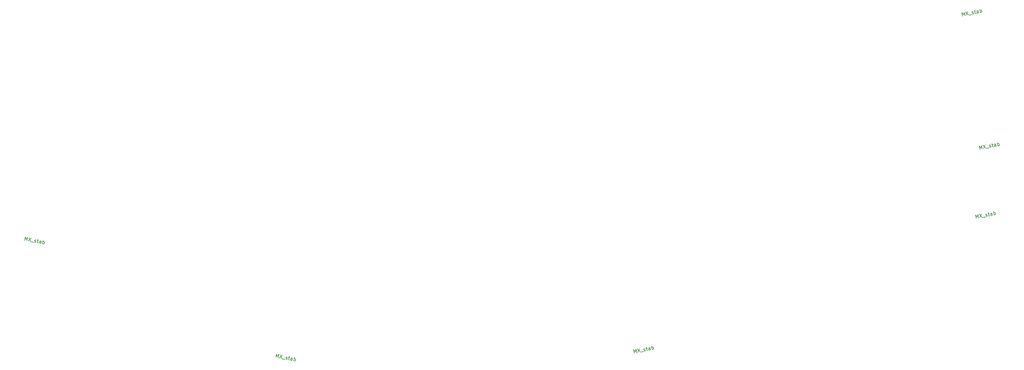
<source format=gbr>
%TF.GenerationSoftware,KiCad,Pcbnew,8.0.4*%
%TF.CreationDate,2024-08-23T20:40:46+09:00*%
%TF.ProjectId,ttaelgam,74746165-6c67-4616-9d2e-6b696361645f,rev?*%
%TF.SameCoordinates,Original*%
%TF.FileFunction,Other,Comment*%
%FSLAX46Y46*%
G04 Gerber Fmt 4.6, Leading zero omitted, Abs format (unit mm)*
G04 Created by KiCad (PCBNEW 8.0.4) date 2024-08-23 20:40:46*
%MOMM*%
%LPD*%
G01*
G04 APERTURE LIST*
%ADD10C,0.150000*%
G04 APERTURE END LIST*
D10*
X406404876Y-214585244D02*
X406214067Y-213603616D01*
X406214067Y-213603616D02*
X406677568Y-214241176D01*
X406677568Y-214241176D02*
X406868485Y-213476410D01*
X406868485Y-213476410D02*
X407059294Y-214458038D01*
X407242438Y-213403721D02*
X408087665Y-214258143D01*
X407896856Y-213276515D02*
X407433247Y-214385349D01*
X408246070Y-214324372D02*
X408993976Y-214178994D01*
X409153695Y-214002417D02*
X409256269Y-214030989D01*
X409256269Y-214030989D02*
X409443246Y-213994644D01*
X409443246Y-213994644D02*
X409527648Y-213929728D01*
X409527648Y-213929728D02*
X409556220Y-213827153D01*
X409556220Y-213827153D02*
X409547134Y-213780409D01*
X409547134Y-213780409D02*
X409482217Y-213696007D01*
X409482217Y-213696007D02*
X409379643Y-213667435D01*
X409379643Y-213667435D02*
X409239410Y-213694694D01*
X409239410Y-213694694D02*
X409136836Y-213666122D01*
X409136836Y-213666122D02*
X409071919Y-213581720D01*
X409071919Y-213581720D02*
X409062833Y-213534976D01*
X409062833Y-213534976D02*
X409091405Y-213432401D01*
X409091405Y-213432401D02*
X409175807Y-213367485D01*
X409175807Y-213367485D02*
X409316040Y-213340226D01*
X409316040Y-213340226D02*
X409418614Y-213368798D01*
X409736737Y-213258451D02*
X410110690Y-213185762D01*
X409813367Y-212903983D02*
X409976917Y-213745378D01*
X409976917Y-213745378D02*
X410041834Y-213829780D01*
X410041834Y-213829780D02*
X410144408Y-213858352D01*
X410144408Y-213858352D02*
X410237896Y-213840180D01*
X410985803Y-213694802D02*
X410885856Y-213180616D01*
X410885856Y-213180616D02*
X410820939Y-213096214D01*
X410820939Y-213096214D02*
X410718365Y-213067642D01*
X410718365Y-213067642D02*
X410531388Y-213103986D01*
X410531388Y-213103986D02*
X410446986Y-213168903D01*
X410976717Y-213648057D02*
X410892315Y-213712974D01*
X410892315Y-213712974D02*
X410658594Y-213758405D01*
X410658594Y-213758405D02*
X410556020Y-213729833D01*
X410556020Y-213729833D02*
X410491103Y-213645431D01*
X410491103Y-213645431D02*
X410472931Y-213551942D01*
X410472931Y-213551942D02*
X410501503Y-213449368D01*
X410501503Y-213449368D02*
X410585905Y-213384451D01*
X410585905Y-213384451D02*
X410819626Y-213339021D01*
X410819626Y-213339021D02*
X410904028Y-213274104D01*
X411453245Y-213603940D02*
X411262436Y-212622313D01*
X411335125Y-212996266D02*
X411419527Y-212931350D01*
X411419527Y-212931350D02*
X411606504Y-212895005D01*
X411606504Y-212895005D02*
X411709078Y-212923577D01*
X411709078Y-212923577D02*
X411764909Y-212961235D01*
X411764909Y-212961235D02*
X411829825Y-213045637D01*
X411829825Y-213045637D02*
X411884342Y-213326102D01*
X411884342Y-213326102D02*
X411855770Y-213428677D01*
X411855770Y-213428677D02*
X411818112Y-213484507D01*
X411818112Y-213484507D02*
X411733710Y-213549423D01*
X411733710Y-213549423D02*
X411546733Y-213585768D01*
X411546733Y-213585768D02*
X411444159Y-213557196D01*
X308487210Y-272431616D02*
X308296401Y-271449988D01*
X308296401Y-271449988D02*
X308759902Y-272087548D01*
X308759902Y-272087548D02*
X308950819Y-271322782D01*
X308950819Y-271322782D02*
X309141628Y-272304410D01*
X309324772Y-271250093D02*
X310169999Y-272104515D01*
X309979190Y-271122887D02*
X309515581Y-272231721D01*
X310328404Y-272170744D02*
X311076310Y-272025366D01*
X311236029Y-271848789D02*
X311338603Y-271877361D01*
X311338603Y-271877361D02*
X311525580Y-271841016D01*
X311525580Y-271841016D02*
X311609982Y-271776100D01*
X311609982Y-271776100D02*
X311638554Y-271673525D01*
X311638554Y-271673525D02*
X311629468Y-271626781D01*
X311629468Y-271626781D02*
X311564551Y-271542379D01*
X311564551Y-271542379D02*
X311461977Y-271513807D01*
X311461977Y-271513807D02*
X311321744Y-271541066D01*
X311321744Y-271541066D02*
X311219170Y-271512494D01*
X311219170Y-271512494D02*
X311154253Y-271428092D01*
X311154253Y-271428092D02*
X311145167Y-271381348D01*
X311145167Y-271381348D02*
X311173739Y-271278773D01*
X311173739Y-271278773D02*
X311258141Y-271213857D01*
X311258141Y-271213857D02*
X311398374Y-271186598D01*
X311398374Y-271186598D02*
X311500948Y-271215170D01*
X311819071Y-271104823D02*
X312193024Y-271032134D01*
X311895701Y-270750355D02*
X312059251Y-271591750D01*
X312059251Y-271591750D02*
X312124168Y-271676152D01*
X312124168Y-271676152D02*
X312226742Y-271704724D01*
X312226742Y-271704724D02*
X312320230Y-271686552D01*
X313068137Y-271541174D02*
X312968190Y-271026988D01*
X312968190Y-271026988D02*
X312903273Y-270942586D01*
X312903273Y-270942586D02*
X312800699Y-270914014D01*
X312800699Y-270914014D02*
X312613722Y-270950358D01*
X312613722Y-270950358D02*
X312529320Y-271015275D01*
X313059051Y-271494429D02*
X312974649Y-271559346D01*
X312974649Y-271559346D02*
X312740928Y-271604777D01*
X312740928Y-271604777D02*
X312638354Y-271576205D01*
X312638354Y-271576205D02*
X312573437Y-271491803D01*
X312573437Y-271491803D02*
X312555265Y-271398314D01*
X312555265Y-271398314D02*
X312583837Y-271295740D01*
X312583837Y-271295740D02*
X312668239Y-271230823D01*
X312668239Y-271230823D02*
X312901960Y-271185393D01*
X312901960Y-271185393D02*
X312986362Y-271120476D01*
X313535579Y-271450312D02*
X313344770Y-270468685D01*
X313417459Y-270842638D02*
X313501861Y-270777722D01*
X313501861Y-270777722D02*
X313688838Y-270741377D01*
X313688838Y-270741377D02*
X313791412Y-270769949D01*
X313791412Y-270769949D02*
X313847243Y-270807607D01*
X313847243Y-270807607D02*
X313912159Y-270892009D01*
X313912159Y-270892009D02*
X313966676Y-271172474D01*
X313966676Y-271172474D02*
X313938104Y-271275049D01*
X313938104Y-271275049D02*
X313900446Y-271330879D01*
X313900446Y-271330879D02*
X313816044Y-271395795D01*
X313816044Y-271395795D02*
X313629067Y-271432140D01*
X313629067Y-271432140D02*
X313526493Y-271403568D01*
X401472553Y-176730884D02*
X401281744Y-175749256D01*
X401281744Y-175749256D02*
X401745245Y-176386816D01*
X401745245Y-176386816D02*
X401936162Y-175622050D01*
X401936162Y-175622050D02*
X402126971Y-176603678D01*
X402310115Y-175549361D02*
X403155342Y-176403783D01*
X402964533Y-175422155D02*
X402500924Y-176530989D01*
X403313747Y-176470012D02*
X404061653Y-176324634D01*
X404221372Y-176148057D02*
X404323946Y-176176629D01*
X404323946Y-176176629D02*
X404510923Y-176140284D01*
X404510923Y-176140284D02*
X404595325Y-176075368D01*
X404595325Y-176075368D02*
X404623897Y-175972793D01*
X404623897Y-175972793D02*
X404614811Y-175926049D01*
X404614811Y-175926049D02*
X404549894Y-175841647D01*
X404549894Y-175841647D02*
X404447320Y-175813075D01*
X404447320Y-175813075D02*
X404307087Y-175840334D01*
X404307087Y-175840334D02*
X404204513Y-175811762D01*
X404204513Y-175811762D02*
X404139596Y-175727360D01*
X404139596Y-175727360D02*
X404130510Y-175680616D01*
X404130510Y-175680616D02*
X404159082Y-175578041D01*
X404159082Y-175578041D02*
X404243484Y-175513125D01*
X404243484Y-175513125D02*
X404383717Y-175485866D01*
X404383717Y-175485866D02*
X404486291Y-175514438D01*
X404804414Y-175404091D02*
X405178367Y-175331402D01*
X404881044Y-175049623D02*
X405044594Y-175891018D01*
X405044594Y-175891018D02*
X405109511Y-175975420D01*
X405109511Y-175975420D02*
X405212085Y-176003992D01*
X405212085Y-176003992D02*
X405305573Y-175985820D01*
X406053480Y-175840442D02*
X405953533Y-175326256D01*
X405953533Y-175326256D02*
X405888616Y-175241854D01*
X405888616Y-175241854D02*
X405786042Y-175213282D01*
X405786042Y-175213282D02*
X405599065Y-175249626D01*
X405599065Y-175249626D02*
X405514663Y-175314543D01*
X406044394Y-175793697D02*
X405959992Y-175858614D01*
X405959992Y-175858614D02*
X405726271Y-175904045D01*
X405726271Y-175904045D02*
X405623697Y-175875473D01*
X405623697Y-175875473D02*
X405558780Y-175791071D01*
X405558780Y-175791071D02*
X405540608Y-175697582D01*
X405540608Y-175697582D02*
X405569180Y-175595008D01*
X405569180Y-175595008D02*
X405653582Y-175530091D01*
X405653582Y-175530091D02*
X405887303Y-175484661D01*
X405887303Y-175484661D02*
X405971705Y-175419744D01*
X406520922Y-175749580D02*
X406330113Y-174767953D01*
X406402802Y-175141906D02*
X406487204Y-175076990D01*
X406487204Y-175076990D02*
X406674181Y-175040645D01*
X406674181Y-175040645D02*
X406776755Y-175069217D01*
X406776755Y-175069217D02*
X406832586Y-175106875D01*
X406832586Y-175106875D02*
X406897502Y-175191277D01*
X406897502Y-175191277D02*
X406952019Y-175471742D01*
X406952019Y-175471742D02*
X406923447Y-175574317D01*
X406923447Y-175574317D02*
X406885789Y-175630147D01*
X406885789Y-175630147D02*
X406801387Y-175695063D01*
X406801387Y-175695063D02*
X406614410Y-175731408D01*
X406614410Y-175731408D02*
X406511836Y-175702836D01*
X206966517Y-273640356D02*
X207157326Y-272658729D01*
X207157326Y-272658729D02*
X207348243Y-273423494D01*
X207348243Y-273423494D02*
X207811744Y-272785935D01*
X207811744Y-272785935D02*
X207620935Y-273767562D01*
X208185697Y-272858624D02*
X208649306Y-273967457D01*
X208840115Y-272985830D02*
X207994888Y-273840251D01*
X208771366Y-274088204D02*
X209519273Y-274233582D01*
X209733508Y-274129694D02*
X209817910Y-274194611D01*
X209817910Y-274194611D02*
X210004887Y-274230955D01*
X210004887Y-274230955D02*
X210107461Y-274202383D01*
X210107461Y-274202383D02*
X210172377Y-274117981D01*
X210172377Y-274117981D02*
X210181464Y-274071237D01*
X210181464Y-274071237D02*
X210152892Y-273968662D01*
X210152892Y-273968662D02*
X210068490Y-273903746D01*
X210068490Y-273903746D02*
X209928257Y-273876488D01*
X209928257Y-273876488D02*
X209843855Y-273811571D01*
X209843855Y-273811571D02*
X209815283Y-273708997D01*
X209815283Y-273708997D02*
X209824369Y-273662253D01*
X209824369Y-273662253D02*
X209889286Y-273577850D01*
X209889286Y-273577850D02*
X209991860Y-273549279D01*
X209991860Y-273549279D02*
X210132093Y-273576537D01*
X210132093Y-273576537D02*
X210216495Y-273641453D01*
X210552790Y-273658312D02*
X210926743Y-273731001D01*
X210756626Y-273358362D02*
X210593075Y-274199756D01*
X210593075Y-274199756D02*
X210621647Y-274302331D01*
X210621647Y-274302331D02*
X210706049Y-274367247D01*
X210706049Y-274367247D02*
X210799537Y-274385420D01*
X211547444Y-274530798D02*
X211647392Y-274016612D01*
X211647392Y-274016612D02*
X211618820Y-273914038D01*
X211618820Y-273914038D02*
X211534418Y-273849121D01*
X211534418Y-273849121D02*
X211347441Y-273812777D01*
X211347441Y-273812777D02*
X211244867Y-273841349D01*
X211556530Y-274484054D02*
X211453956Y-274512626D01*
X211453956Y-274512626D02*
X211220235Y-274467195D01*
X211220235Y-274467195D02*
X211135833Y-274402278D01*
X211135833Y-274402278D02*
X211107261Y-274299704D01*
X211107261Y-274299704D02*
X211125433Y-274206216D01*
X211125433Y-274206216D02*
X211190350Y-274121814D01*
X211190350Y-274121814D02*
X211292924Y-274093242D01*
X211292924Y-274093242D02*
X211526645Y-274138672D01*
X211526645Y-274138672D02*
X211629219Y-274110101D01*
X212014886Y-274621659D02*
X212205695Y-273640032D01*
X212133006Y-274013985D02*
X212235580Y-273985414D01*
X212235580Y-273985414D02*
X212422557Y-274021758D01*
X212422557Y-274021758D02*
X212506959Y-274086675D01*
X212506959Y-274086675D02*
X212544617Y-274142505D01*
X212544617Y-274142505D02*
X212573189Y-274245079D01*
X212573189Y-274245079D02*
X212518672Y-274525544D01*
X212518672Y-274525544D02*
X212453755Y-274609946D01*
X212453755Y-274609946D02*
X212397925Y-274647604D01*
X212397925Y-274647604D02*
X212295351Y-274676176D01*
X212295351Y-274676176D02*
X212108374Y-274639832D01*
X212108374Y-274639832D02*
X212023972Y-274574915D01*
X405364787Y-234193969D02*
X405173978Y-233212341D01*
X405173978Y-233212341D02*
X405637479Y-233849901D01*
X405637479Y-233849901D02*
X405828396Y-233085135D01*
X405828396Y-233085135D02*
X406019205Y-234066763D01*
X406202349Y-233012446D02*
X407047576Y-233866868D01*
X406856767Y-232885240D02*
X406393158Y-233994074D01*
X407205981Y-233933097D02*
X407953887Y-233787719D01*
X408113606Y-233611142D02*
X408216180Y-233639714D01*
X408216180Y-233639714D02*
X408403157Y-233603369D01*
X408403157Y-233603369D02*
X408487559Y-233538453D01*
X408487559Y-233538453D02*
X408516131Y-233435878D01*
X408516131Y-233435878D02*
X408507045Y-233389134D01*
X408507045Y-233389134D02*
X408442128Y-233304732D01*
X408442128Y-233304732D02*
X408339554Y-233276160D01*
X408339554Y-233276160D02*
X408199321Y-233303419D01*
X408199321Y-233303419D02*
X408096747Y-233274847D01*
X408096747Y-233274847D02*
X408031830Y-233190445D01*
X408031830Y-233190445D02*
X408022744Y-233143701D01*
X408022744Y-233143701D02*
X408051316Y-233041126D01*
X408051316Y-233041126D02*
X408135718Y-232976210D01*
X408135718Y-232976210D02*
X408275951Y-232948951D01*
X408275951Y-232948951D02*
X408378525Y-232977523D01*
X408696648Y-232867176D02*
X409070601Y-232794487D01*
X408773278Y-232512708D02*
X408936828Y-233354103D01*
X408936828Y-233354103D02*
X409001745Y-233438505D01*
X409001745Y-233438505D02*
X409104319Y-233467077D01*
X409104319Y-233467077D02*
X409197807Y-233448905D01*
X409945714Y-233303527D02*
X409845767Y-232789341D01*
X409845767Y-232789341D02*
X409780850Y-232704939D01*
X409780850Y-232704939D02*
X409678276Y-232676367D01*
X409678276Y-232676367D02*
X409491299Y-232712711D01*
X409491299Y-232712711D02*
X409406897Y-232777628D01*
X409936628Y-233256782D02*
X409852226Y-233321699D01*
X409852226Y-233321699D02*
X409618505Y-233367130D01*
X409618505Y-233367130D02*
X409515931Y-233338558D01*
X409515931Y-233338558D02*
X409451014Y-233254156D01*
X409451014Y-233254156D02*
X409432842Y-233160667D01*
X409432842Y-233160667D02*
X409461414Y-233058093D01*
X409461414Y-233058093D02*
X409545816Y-232993176D01*
X409545816Y-232993176D02*
X409779537Y-232947746D01*
X409779537Y-232947746D02*
X409863939Y-232882829D01*
X410413156Y-233212665D02*
X410222347Y-232231038D01*
X410295036Y-232604991D02*
X410379438Y-232540075D01*
X410379438Y-232540075D02*
X410566415Y-232503730D01*
X410566415Y-232503730D02*
X410668989Y-232532302D01*
X410668989Y-232532302D02*
X410724820Y-232569960D01*
X410724820Y-232569960D02*
X410789736Y-232654362D01*
X410789736Y-232654362D02*
X410844253Y-232934827D01*
X410844253Y-232934827D02*
X410815681Y-233037402D01*
X410815681Y-233037402D02*
X410778023Y-233093232D01*
X410778023Y-233093232D02*
X410693621Y-233158148D01*
X410693621Y-233158148D02*
X410506644Y-233194493D01*
X410506644Y-233194493D02*
X410404070Y-233165921D01*
X135801437Y-240400713D02*
X135992246Y-239419086D01*
X135992246Y-239419086D02*
X136183163Y-240183851D01*
X136183163Y-240183851D02*
X136646664Y-239546292D01*
X136646664Y-239546292D02*
X136455855Y-240527919D01*
X137020617Y-239618981D02*
X137484226Y-240727814D01*
X137675035Y-239746187D02*
X136829808Y-240600608D01*
X137606286Y-240848561D02*
X138354193Y-240993939D01*
X138568428Y-240890051D02*
X138652830Y-240954968D01*
X138652830Y-240954968D02*
X138839807Y-240991312D01*
X138839807Y-240991312D02*
X138942381Y-240962740D01*
X138942381Y-240962740D02*
X139007297Y-240878338D01*
X139007297Y-240878338D02*
X139016384Y-240831594D01*
X139016384Y-240831594D02*
X138987812Y-240729019D01*
X138987812Y-240729019D02*
X138903410Y-240664103D01*
X138903410Y-240664103D02*
X138763177Y-240636845D01*
X138763177Y-240636845D02*
X138678775Y-240571928D01*
X138678775Y-240571928D02*
X138650203Y-240469354D01*
X138650203Y-240469354D02*
X138659289Y-240422610D01*
X138659289Y-240422610D02*
X138724206Y-240338207D01*
X138724206Y-240338207D02*
X138826780Y-240309636D01*
X138826780Y-240309636D02*
X138967013Y-240336894D01*
X138967013Y-240336894D02*
X139051415Y-240401810D01*
X139387710Y-240418669D02*
X139761663Y-240491358D01*
X139591546Y-240118719D02*
X139427995Y-240960113D01*
X139427995Y-240960113D02*
X139456567Y-241062688D01*
X139456567Y-241062688D02*
X139540969Y-241127604D01*
X139540969Y-241127604D02*
X139634457Y-241145777D01*
X140382364Y-241291155D02*
X140482312Y-240776969D01*
X140482312Y-240776969D02*
X140453740Y-240674395D01*
X140453740Y-240674395D02*
X140369338Y-240609478D01*
X140369338Y-240609478D02*
X140182361Y-240573134D01*
X140182361Y-240573134D02*
X140079787Y-240601706D01*
X140391450Y-241244411D02*
X140288876Y-241272983D01*
X140288876Y-241272983D02*
X140055155Y-241227552D01*
X140055155Y-241227552D02*
X139970753Y-241162635D01*
X139970753Y-241162635D02*
X139942181Y-241060061D01*
X139942181Y-241060061D02*
X139960353Y-240966573D01*
X139960353Y-240966573D02*
X140025270Y-240882171D01*
X140025270Y-240882171D02*
X140127844Y-240853599D01*
X140127844Y-240853599D02*
X140361565Y-240899029D01*
X140361565Y-240899029D02*
X140464139Y-240870458D01*
X140849806Y-241382016D02*
X141040615Y-240400389D01*
X140967926Y-240774342D02*
X141070500Y-240745771D01*
X141070500Y-240745771D02*
X141257477Y-240782115D01*
X141257477Y-240782115D02*
X141341879Y-240847032D01*
X141341879Y-240847032D02*
X141379537Y-240902862D01*
X141379537Y-240902862D02*
X141408109Y-241005436D01*
X141408109Y-241005436D02*
X141353592Y-241285901D01*
X141353592Y-241285901D02*
X141288675Y-241370303D01*
X141288675Y-241370303D02*
X141232845Y-241407961D01*
X141232845Y-241407961D02*
X141130271Y-241436533D01*
X141130271Y-241436533D02*
X140943294Y-241400189D01*
X140943294Y-241400189D02*
X140858892Y-241335272D01*
M02*

</source>
